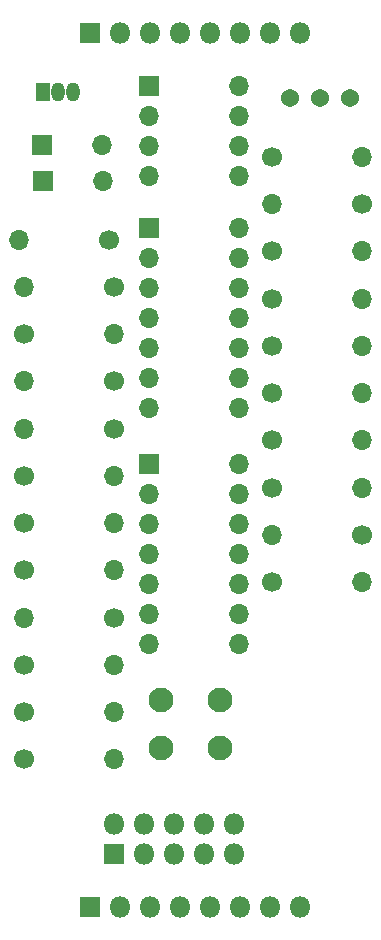
<source format=gbr>
G04 #@! TF.GenerationSoftware,KiCad,Pcbnew,5.1.6-1.fc31*
G04 #@! TF.CreationDate,2020-06-18T16:58:37-04:00*
G04 #@! TF.ProjectId,ChordArrayMain,43686f72-6441-4727-9261-794d61696e2e,rev?*
G04 #@! TF.SameCoordinates,Original*
G04 #@! TF.FileFunction,Soldermask,Top*
G04 #@! TF.FilePolarity,Negative*
%FSLAX46Y46*%
G04 Gerber Fmt 4.6, Leading zero omitted, Abs format (unit mm)*
G04 Created by KiCad (PCBNEW 5.1.6-1.fc31) date 2020-06-18 16:58:37*
%MOMM*%
%LPD*%
G01*
G04 APERTURE LIST*
%ADD10O,1.800000X1.800000*%
%ADD11R,1.800000X1.800000*%
%ADD12C,2.100000*%
%ADD13C,1.540000*%
%ADD14O,1.700000X1.700000*%
%ADD15R,1.700000X1.700000*%
%ADD16C,1.700000*%
%ADD17R,1.150000X1.600000*%
%ADD18O,1.150000X1.600000*%
G04 APERTURE END LIST*
D10*
G04 #@! TO.C,J9*
X125780000Y-109500000D03*
X123240000Y-109500000D03*
X120700000Y-109500000D03*
X118160000Y-109500000D03*
X115620000Y-109500000D03*
X113080000Y-109500000D03*
X110540000Y-109500000D03*
D11*
X108000000Y-109500000D03*
G04 #@! TD*
D10*
G04 #@! TO.C,J8*
X125780000Y-35500000D03*
X123240000Y-35500000D03*
X120700000Y-35500000D03*
X118160000Y-35500000D03*
X115620000Y-35500000D03*
X113080000Y-35500000D03*
X110540000Y-35500000D03*
D11*
X108000000Y-35500000D03*
G04 #@! TD*
D10*
G04 #@! TO.C,J2*
X120160000Y-102460000D03*
X120160000Y-105000000D03*
X117620000Y-102460000D03*
X117620000Y-105000000D03*
X115080000Y-102460000D03*
X115080000Y-105000000D03*
X112540000Y-102460000D03*
X112540000Y-105000000D03*
X110000000Y-102460000D03*
D11*
X110000000Y-105000000D03*
G04 #@! TD*
D12*
G04 #@! TO.C,C2*
X119000000Y-96000000D03*
X114000000Y-96000000D03*
G04 #@! TD*
G04 #@! TO.C,C1*
X119000000Y-92000000D03*
X114000000Y-92000000D03*
G04 #@! TD*
D13*
G04 #@! TO.C,RV1*
X124920000Y-41000000D03*
X127460000Y-41000000D03*
X130000000Y-41000000D03*
G04 #@! TD*
D14*
G04 #@! TO.C,U3*
X120620000Y-72000000D03*
X113000000Y-87240000D03*
X120620000Y-74540000D03*
X113000000Y-84700000D03*
X120620000Y-77080000D03*
X113000000Y-82160000D03*
X120620000Y-79620000D03*
X113000000Y-79620000D03*
X120620000Y-82160000D03*
X113000000Y-77080000D03*
X120620000Y-84700000D03*
X113000000Y-74540000D03*
X120620000Y-87240000D03*
D15*
X113000000Y-72000000D03*
G04 #@! TD*
D14*
G04 #@! TO.C,U2*
X120620000Y-52000000D03*
X113000000Y-67240000D03*
X120620000Y-54540000D03*
X113000000Y-64700000D03*
X120620000Y-57080000D03*
X113000000Y-62160000D03*
X120620000Y-59620000D03*
X113000000Y-59620000D03*
X120620000Y-62160000D03*
X113000000Y-57080000D03*
X120620000Y-64700000D03*
X113000000Y-54540000D03*
X120620000Y-67240000D03*
D15*
X113000000Y-52000000D03*
G04 #@! TD*
D14*
G04 #@! TO.C,U1*
X120620000Y-40000000D03*
X113000000Y-47620000D03*
X120620000Y-42540000D03*
X113000000Y-45080000D03*
X120620000Y-45080000D03*
X113000000Y-42540000D03*
X120620000Y-47620000D03*
D15*
X113000000Y-40000000D03*
G04 #@! TD*
D14*
G04 #@! TO.C,R22*
X131000000Y-66000000D03*
D16*
X123380000Y-66000000D03*
G04 #@! TD*
D14*
G04 #@! TO.C,R21*
X110000000Y-97000000D03*
D16*
X102380000Y-97000000D03*
G04 #@! TD*
D14*
G04 #@! TO.C,R20*
X131000000Y-70000000D03*
D16*
X123380000Y-70000000D03*
G04 #@! TD*
D14*
G04 #@! TO.C,R19*
X110000000Y-89000000D03*
D16*
X102380000Y-89000000D03*
G04 #@! TD*
D14*
G04 #@! TO.C,R18*
X131000000Y-74000000D03*
D16*
X123380000Y-74000000D03*
G04 #@! TD*
D14*
G04 #@! TO.C,R17*
X102380000Y-85000000D03*
D16*
X110000000Y-85000000D03*
G04 #@! TD*
D14*
G04 #@! TO.C,R16*
X110000000Y-77000000D03*
D16*
X102380000Y-77000000D03*
G04 #@! TD*
D14*
G04 #@! TO.C,R15*
X123380000Y-78000000D03*
D16*
X131000000Y-78000000D03*
G04 #@! TD*
D14*
G04 #@! TO.C,R14*
X131000000Y-82000000D03*
D16*
X123380000Y-82000000D03*
G04 #@! TD*
D14*
G04 #@! TO.C,R13*
X110000000Y-81000000D03*
D16*
X102380000Y-81000000D03*
G04 #@! TD*
D14*
G04 #@! TO.C,R12*
X102380000Y-65000000D03*
D16*
X110000000Y-65000000D03*
G04 #@! TD*
D14*
G04 #@! TO.C,R11*
X110000000Y-93000000D03*
D16*
X102380000Y-93000000D03*
G04 #@! TD*
D14*
G04 #@! TO.C,R10*
X110000000Y-73000000D03*
D16*
X102380000Y-73000000D03*
G04 #@! TD*
D14*
G04 #@! TO.C,R9*
X123380000Y-50000000D03*
D16*
X131000000Y-50000000D03*
G04 #@! TD*
D14*
G04 #@! TO.C,R8*
X131000000Y-54000000D03*
D16*
X123380000Y-54000000D03*
G04 #@! TD*
D14*
G04 #@! TO.C,R7*
X131000000Y-62000000D03*
D16*
X123380000Y-62000000D03*
G04 #@! TD*
D14*
G04 #@! TO.C,R6*
X102380000Y-69000000D03*
D16*
X110000000Y-69000000D03*
G04 #@! TD*
D14*
G04 #@! TO.C,R5*
X110000000Y-61000000D03*
D16*
X102380000Y-61000000D03*
G04 #@! TD*
D14*
G04 #@! TO.C,R4*
X131000000Y-58000000D03*
D16*
X123380000Y-58000000D03*
G04 #@! TD*
D14*
G04 #@! TO.C,R3*
X102380000Y-57000000D03*
D16*
X110000000Y-57000000D03*
G04 #@! TD*
D14*
G04 #@! TO.C,R2*
X102000000Y-53000000D03*
D16*
X109620000Y-53000000D03*
G04 #@! TD*
D14*
G04 #@! TO.C,R1*
X131000000Y-46000000D03*
D16*
X123380000Y-46000000D03*
G04 #@! TD*
D17*
G04 #@! TO.C,Q1*
X104000000Y-40500000D03*
D18*
X106540000Y-40500000D03*
X105270000Y-40500000D03*
G04 #@! TD*
D14*
G04 #@! TO.C,D2*
X109080000Y-48000000D03*
D15*
X104000000Y-48000000D03*
G04 #@! TD*
D14*
G04 #@! TO.C,D1*
X109000000Y-45000000D03*
D15*
X103920000Y-45000000D03*
G04 #@! TD*
M02*

</source>
